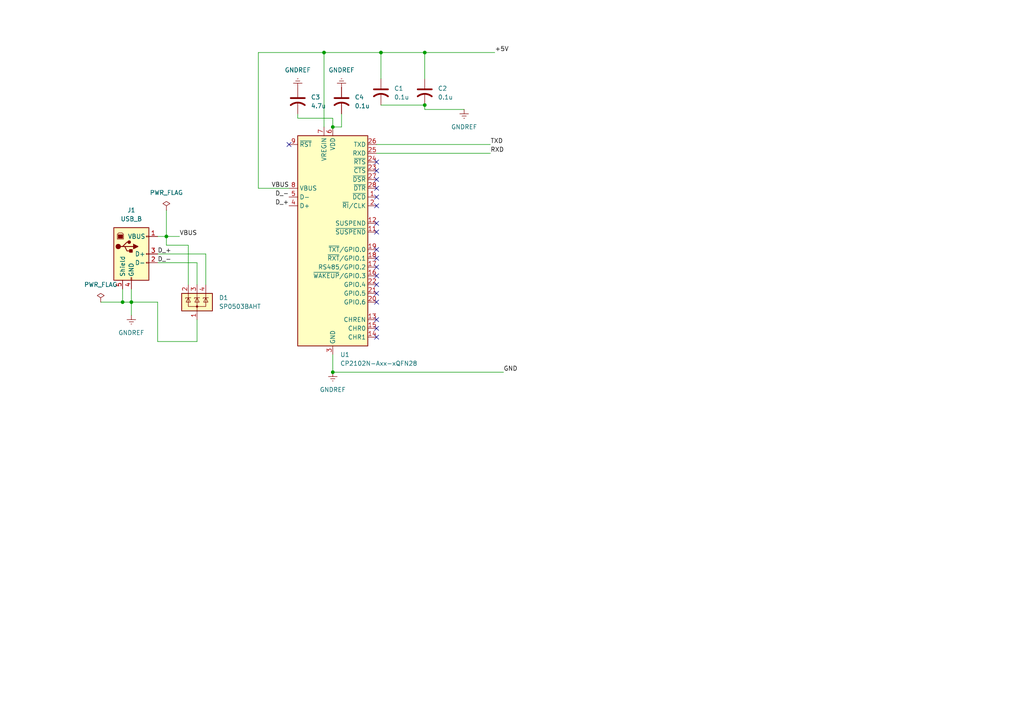
<source format=kicad_sch>
(kicad_sch (version 20250114) (generator "eeschema") (generator_version "9.0")
  (paper "A4")
  (lib_symbols
    (symbol "Connector:USB_B" (pin_names (offset 1.016))
      (property "Reference" "J" (at -5.08 11.43 0))
      (property "Value" "USB_B" (at -5.08 8.89 0))
      (symbol "USB_B_0_1"
        (rectangle (start -5.08 -7.62) (end 5.08 7.62) (stroke (width 0.254)) (fill (type background)))
        (polyline (pts (xy -4.064 4.318) (xy -2.286 4.318) (xy -2.286 5.715) (xy -2.667 6.096) (xy -3.683 6.096) (xy -4.064 5.715) (xy -4.064 4.318)))
        (rectangle (start -3.81 5.588) (end -2.54 4.572) (fill (type outline)))
        (circle (center -3.81 2.159) (radius 0.635) (stroke (width 0.254)) (fill (type outline)))
        (polyline (pts (xy -3.175 2.159) (xy -2.54 2.159) (xy -1.27 3.429) (xy -0.635 3.429)) (stroke (width 0.254)))
        (polyline (pts (xy -2.54 2.159) (xy -1.905 2.159) (xy -1.27 0.889) (xy 0 0.889)) (stroke (width 0.254)))
        (polyline (pts (xy -1.905 2.159) (xy 0.635 2.159)) (stroke (width 0.254)))
        (circle (center -0.635 3.429) (radius 0.381) (stroke (width 0.254)) (fill (type outline)))
        (rectangle (start -0.127 -7.62) (end 0.127 -6.858))
        (rectangle (start 0.254 1.27) (end -0.508 0.508) (stroke (width 0.254)) (fill (type outline)))
        (polyline (pts (xy 0.635 2.794) (xy 0.635 1.524) (xy 1.905 2.159) (xy 0.635 2.794)) (stroke (width 0.254)) (fill (type outline)))
        (rectangle (start 5.08 4.953) (end 4.318 5.207))
        (rectangle (start 5.08 -0.127) (end 4.318 0.127))
        (rectangle (start 5.08 -2.667) (end 4.318 -2.413))
      )
      (symbol "USB_B_1_1"
        (pin passive line (at -2.54 -10.16 90) (length 2.54) (name "Shield") (number "5"))
        (pin power_out line (at 0 -10.16 90) (length 2.54) (name "GND") (number "4"))
        (pin power_out line (at 7.62 5.08 180) (length 2.54) (name "VBUS") (number "1"))
        (pin bidirectional line (at 7.62 0 180) (length 2.54) (name "D+") (number "3"))
        (pin bidirectional line (at 7.62 -2.54 180) (length 2.54) (name "D-") (number "2"))
      )
    )
    (symbol "Device:C_US" (pin_numbers (hide yes)) (pin_names (offset 0.254) (hide yes))
      (property "Reference" "C" (at 0.635 2.54 0))
      (property "Value" "C_US" (at 0.635 -2.54 0))
      (symbol "C_US_0_1"
        (polyline (pts (xy -2.032 0.762) (xy 2.032 0.762)) (stroke (width 0.508)))
        (arc (start -2.032 -1.27) (mid 0 -0.5572) (end 2.032 -1.27) (stroke (width 0.508)))
      )
      (symbol "C_US_1_1"
        (pin passive line (at 0 3.81 270) (length 2.794) (name "~") (number "1"))
        (pin passive line (at 0 -3.81 90) (length 3.302) (name "~") (number "2"))
      )
    )
    (symbol "Interface_USB:CP2102N-Axx-xQFN28"
      (property "Reference" "U" (at -8.89 31.75 0))
      (property "Value" "CP2102N-Axx-xQFN28" (at 12.7 31.75 0))
      (symbol "CP2102N-Axx-xQFN28_0_1"
        (rectangle (start -10.16 30.48) (end 10.16 -30.48) (stroke (width 0.254)) (fill (type background)))
      )
      (symbol "CP2102N-Axx-xQFN28_1_1"
        (pin input line (at -12.7 27.94 0) (length 2.54) (name "~{RST}") (number "9"))
        (pin input line (at -12.7 15.24 0) (length 2.54) (name "VBUS") (number "8"))
        (pin bidirectional line (at -12.7 12.7 0) (length 2.54) (name "D-") (number "5"))
        (pin bidirectional line (at -12.7 10.16 0) (length 2.54) (name "D+") (number "4"))
        (pin no_connect line (at -10.16 -27.94 0) (length 2.54) (hide yes) (name "NC") (number "10"))
        (pin power_in line (at -2.54 33.02 270) (length 2.54) (name "VREGIN") (number "7"))
        (pin power_in line (at 0 33.02 270) (length 2.54) (name "VDD") (number "6"))
        (pin passive line (at 0 -33.02 90) (length 2.54) (hide yes) (name "GND") (number "29"))
        (pin power_in line (at 0 -33.02 90) (length 2.54) (name "GND") (number "3"))
        (pin output line (at 12.7 27.94 180) (length 2.54) (name "TXD") (number "26"))
        (pin input line (at 12.7 25.4 180) (length 2.54) (name "RXD") (number "25"))
        (pin output line (at 12.7 22.86 180) (length 2.54) (name "~{RTS}") (number "24"))
        (pin input line (at 12.7 20.32 180) (length 2.54) (name "~{CTS}") (number "23"))
        (pin input line (at 12.7 17.78 180) (length 2.54) (name "~{DSR}") (number "27"))
        (pin output line (at 12.7 15.24 180) (length 2.54) (name "~{DTR}") (number "28"))
        (pin input line (at 12.7 12.7 180) (length 2.54) (name "~{DCD}") (number "1"))
        (pin bidirectional line (at 12.7 10.16 180) (length 2.54) (name "~{RI}/CLK") (number "2"))
        (pin output line (at 12.7 5.08 180) (length 2.54) (name "SUSPEND") (number "12"))
        (pin output line (at 12.7 2.54 180) (length 2.54) (name "~{SUSPEND}") (number "11"))
        (pin bidirectional line (at 12.7 -2.54 180) (length 2.54) (name "~{TXT}/GPIO.0") (number "19"))
        (pin bidirectional line (at 12.7 -5.08 180) (length 2.54) (name "~{RXT}/GPIO.1") (number "18"))
        (pin bidirectional line (at 12.7 -7.62 180) (length 2.54) (name "RS485/GPIO.2") (number "17"))
        (pin bidirectional line (at 12.7 -10.16 180) (length 2.54) (name "~{WAKEUP}/GPIO.3") (number "16"))
        (pin bidirectional line (at 12.7 -12.7 180) (length 2.54) (name "GPIO.4") (number "22"))
        (pin bidirectional line (at 12.7 -15.24 180) (length 2.54) (name "GPIO.5") (number "21"))
        (pin bidirectional line (at 12.7 -17.78 180) (length 2.54) (name "GPIO.6") (number "20"))
        (pin output line (at 12.7 -22.86 180) (length 2.54) (name "CHREN") (number "13"))
        (pin output line (at 12.7 -25.4 180) (length 2.54) (name "CHR0") (number "15"))
        (pin output line (at 12.7 -27.94 180) (length 2.54) (name "CHR1") (number "14"))
      )
    )
    (symbol "Power_Protection:SP0503BAHT" (pin_names (hide yes))
      (property "Reference" "D" (at 5.715 2.54 0))
      (property "Value" "SP0503BAHT" (at 5.715 0.635 0))
      (symbol "SP0503BAHT_0_0"
        (pin passive line (at 0 -5.08 90) (length 2.54) (name "A") (number "1"))
      )
      (symbol "SP0503BAHT_0_1"
        (rectangle (start -4.445 2.54) (end 4.445 -2.54) (stroke (width 0.254)) (fill (type background)))
        (polyline (pts (xy -3.302 1.016) (xy -3.302 1.27) (xy -1.905 1.27) (xy -1.778 1.27)))
        (polyline (pts (xy -2.54 2.54) (xy -2.54 1.27)))
        (polyline (pts (xy -2.54 1.27) (xy -2.54 -1.27) (xy 2.54 -1.27) (xy 2.54 1.27)))
        (polyline (pts (xy -2.54 1.27) (xy -1.905 0) (xy -3.175 0) (xy -2.54 1.27)))
        (polyline (pts (xy 0 2.54) (xy 0 1.27)))
        (polyline (pts (xy 0 -1.27) (xy 0 1.27)))
        (polyline (pts (xy 0 -1.27) (xy 0 -2.54)))
        (circle (center 0 -1.27) (radius 0.254) (fill (type outline)))
        (polyline (pts (xy 0.635 1.27) (xy 0.762 1.27)))
        (polyline (pts (xy 0.635 1.27) (xy -0.762 1.27) (xy -0.762 1.016)))
        (polyline (pts (xy 0.635 0) (xy -0.635 0) (xy 0 1.27) (xy 0.635 0)))
        (polyline (pts (xy 1.778 1.016) (xy 1.778 1.27) (xy 3.175 1.27) (xy 3.302 1.27)))
        (polyline (pts (xy 2.54 2.54) (xy 2.54 1.27)))
        (polyline (pts (xy 2.54 1.27) (xy 1.905 0) (xy 3.175 0) (xy 2.54 1.27)))
      )
      (symbol "SP0503BAHT_1_1"
        (pin passive line (at -2.54 5.08 270) (length 2.54) (name "K") (number "2"))
        (pin passive line (at 0 5.08 270) (length 2.54) (name "K") (number "3"))
        (pin passive line (at 2.54 5.08 270) (length 2.54) (name "K") (number "4"))
      )
    )
    (symbol "power:GNDREF" (power) (pin_numbers (hide yes)) (pin_names (offset 0) (hide yes))
      (property "Value" "GNDREF" (at 0 -3.81 0))
      (symbol "GNDREF_0_1"
        (polyline (pts (xy -0.635 -1.905) (xy 0.635 -1.905)))
        (polyline (pts (xy -0.127 -2.54) (xy 0.127 -2.54)))
        (polyline (pts (xy 0 -1.27) (xy 0 0)))
        (polyline (pts (xy 1.27 -1.27) (xy -1.27 -1.27)))
      )
      (symbol "GNDREF_1_1"
        (pin power_in line (at 0 0 270) (length 0) (name "~") (number "1"))
      )
    )
    (symbol "power:PWR_FLAG" (power) (pin_numbers (hide yes)) (pin_names (offset 0) (hide yes))
      (property "Value" "PWR_FLAG" (at 0 3.81 0))
      (symbol "PWR_FLAG_0_0"
        (pin power_out line (at 0 0 90) (length 0) (name "~") (number "1"))
      )
      (symbol "PWR_FLAG_0_1"
        (polyline (pts (xy 0 0) (xy 0 1.27) (xy -1.016 1.905) (xy 0 2.54) (xy 1.016 1.905) (xy 0 1.27)))
      )
    )
  )
  (junction (at 110.49 15.24))
  (junction (at 96.52 36.83))
  (junction (at 93.98 15.24))
  (junction (at 35.56 87.63))
  (junction (at 96.52 107.95))
  (junction (at 38.1 87.63))
  (junction (at 48.26 68.58))
  (junction (at 123.19 30.48))
  (junction (at 123.19 15.24))
  (no_connect (at 109.22 97.79))
  (no_connect (at 109.22 72.39))
  (no_connect (at 109.22 74.93))
  (no_connect (at 109.22 57.15))
  (no_connect (at 109.22 85.09))
  (no_connect (at 109.22 87.63))
  (no_connect (at 109.22 77.47))
  (no_connect (at 109.22 67.31))
  (no_connect (at 109.22 80.01))
  (no_connect (at 109.22 92.71))
  (no_connect (at 109.22 95.25))
  (no_connect (at 109.22 82.55))
  (no_connect (at 109.22 54.61))
  (no_connect (at 109.22 46.99))
  (no_connect (at 109.22 64.77))
  (no_connect (at 109.22 52.07))
  (no_connect (at 109.22 59.69))
  (no_connect (at 83.82 41.91))
  (no_connect (at 109.22 49.53))
  (wire (pts (xy 38.1 87.63) (xy 38.1 91.44)))
  (wire (pts (xy 110.49 15.24) (xy 123.19 15.24)))
  (wire (pts (xy 48.26 68.58) (xy 45.72 68.58)))
  (wire (pts (xy 57.15 76.2) (xy 57.15 82.55)))
  (wire (pts (xy 96.52 36.83) (xy 99.06 36.83)))
  (wire (pts (xy 45.72 73.66) (xy 59.69 73.66)))
  (wire (pts (xy 54.61 82.55) (xy 54.61 71.12)))
  (wire (pts (xy 96.52 107.95) (xy 146.05 107.95)))
  (wire (pts (xy 38.1 83.82) (xy 38.1 87.63)))
  (wire (pts (xy 74.93 54.61) (xy 74.93 15.24)))
  (wire (pts (xy 96.52 34.29) (xy 96.52 36.83)))
  (wire (pts (xy 48.26 71.12) (xy 48.26 68.58)))
  (wire (pts (xy 48.26 60.96) (xy 48.26 68.58)))
  (wire (pts (xy 109.22 41.91) (xy 142.24 41.91)))
  (wire (pts (xy 29.21 87.63) (xy 35.56 87.63)))
  (wire (pts (xy 93.98 15.24) (xy 110.49 15.24)))
  (wire (pts (xy 57.15 99.06) (xy 45.72 99.06)))
  (wire (pts (xy 109.22 44.45) (xy 142.24 44.45)))
  (wire (pts (xy 52.07 68.58) (xy 48.26 68.58)))
  (wire (pts (xy 93.98 36.83) (xy 93.98 15.24)))
  (wire (pts (xy 110.49 30.48) (xy 123.19 30.48)))
  (wire (pts (xy 45.72 99.06) (xy 45.72 87.63)))
  (wire (pts (xy 45.72 87.63) (xy 38.1 87.63)))
  (wire (pts (xy 123.19 15.24) (xy 123.19 22.86)))
  (wire (pts (xy 35.56 83.82) (xy 35.56 87.63)))
  (wire (pts (xy 54.61 71.12) (xy 48.26 71.12)))
  (wire (pts (xy 86.36 34.29) (xy 96.52 34.29)))
  (wire (pts (xy 45.72 76.2) (xy 57.15 76.2)))
  (wire (pts (xy 123.19 15.24) (xy 143.51 15.24)))
  (wire (pts (xy 74.93 15.24) (xy 93.98 15.24)))
  (wire (pts (xy 99.06 36.83) (xy 99.06 33.02)))
  (wire (pts (xy 86.36 33.02) (xy 86.36 34.29)))
  (wire (pts (xy 83.82 54.61) (xy 74.93 54.61)))
  (wire (pts (xy 59.69 73.66) (xy 59.69 82.55)))
  (wire (pts (xy 35.56 87.63) (xy 38.1 87.63)))
  (wire (pts (xy 96.52 102.87) (xy 96.52 107.95)))
  (wire (pts (xy 57.15 92.71) (xy 57.15 99.06)))
  (wire (pts (xy 123.19 31.75) (xy 123.19 30.48)))
  (wire (pts (xy 110.49 15.24) (xy 110.49 22.86)))
  (wire (pts (xy 134.62 31.75) (xy 123.19 31.75)))
  (label "D_+" (at 83.82 59.69 180))
  (label "D_-" (at 45.72 76.2 0))
  (label "VBUS" (at 52.07 68.58 0))
  (label "+5V" (at 143.51 15.24 0))
  (label "GND" (at 146.05 107.95 0))
  (label "D_+" (at 45.72 73.66 0))
  (label "VBUS" (at 83.82 54.61 180))
  (label "RXD" (at 142.24 44.45 0))
  (label "TXD" (at 142.24 41.91 0))
  (label "D_-" (at 83.82 57.15 180))
  (symbol (lib_id "Connector:USB_B") (at 38.1 73.66 0) (unit 1)
    (property "Reference" "J1" (at 38.1 60.96 0))
    (property "Value" "USB_B" (at 38.1 63.5 0))
    (property "Description" "USB Type B connector" (effects (hide yes)))
  )
  (symbol (lib_id "Device:C_US") (at 110.49 26.67 0) (unit 1)
    (property "Reference" "C1" (at 114.3 25.6539 0) (effects (justify left)))
    (property "Value" "0.1u" (at 114.3 28.1939 0) (effects (justify left)))
    (property "Footprint" "Capacitor_SMD:C_0603_1608Metric_Pad1.08x0.95mm_HandSolder" (effects (hide yes)))
    (property "Description" "capacitor, US symbol" (effects (hide yes)))
  )
  (symbol (lib_id "power:GNDREF") (at 99.06 25.4 180) (unit 1)
    (property "Reference" "#PWR04" (effects (hide yes)))
    (property "Value" "GNDREF" (at 99.06 20.32 0))
    (property "Description" "Power symbol creates a global label with name \"GNDREF\" , reference supply ground" (effects (hide yes)))
  )
  (symbol (lib_id "power:GNDREF") (at 134.62 31.75 0) (unit 1)
    (property "Reference" "#PWR02" (effects (hide yes)))
    (property "Value" "GNDREF" (at 134.62 36.83 0))
    (property "Description" "Power symbol creates a global label with name \"GNDREF\" , reference supply ground" (effects (hide yes)))
  )
  (symbol (lib_id "power:GNDREF") (at 96.52 107.95 0) (unit 1)
    (property "Reference" "#PWR05" (effects (hide yes)))
    (property "Value" "GNDREF" (at 96.52 113.03 0))
    (property "Description" "Power symbol creates a global label with name \"GNDREF\" , reference supply ground" (effects (hide yes)))
  )
  (symbol (lib_id "power:PWR_FLAG") (at 48.26 60.96 0) (unit 1)
    (property "Reference" "#FLG01" (effects (hide yes)))
    (property "Value" "PWR_FLAG" (at 48.26 55.88 0))
    (property "Description" "Special symbol for telling ERC where power comes from" (effects (hide yes)))
  )
  (symbol (lib_id "Device:C_US") (at 99.06 29.21 0) (unit 1)
    (property "Reference" "C4" (at 102.87 28.1939 0) (effects (justify left)))
    (property "Value" "0.1u" (at 102.87 30.7339 0) (effects (justify left)))
    (property "Footprint" "Capacitor_SMD:C_0603_1608Metric_Pad1.08x0.95mm_HandSolder" (effects (hide yes)))
    (property "Description" "capacitor, US symbol" (effects (hide yes)))
  )
  (symbol (lib_id "Device:C_US") (at 123.19 26.67 0) (unit 1)
    (property "Reference" "C2" (at 127 25.6539 0) (effects (justify left)))
    (property "Value" "0.1u" (at 127 28.1939 0) (effects (justify left)))
    (property "Footprint" "Capacitor_SMD:C_0603_1608Metric_Pad1.08x0.95mm_HandSolder" (effects (hide yes)))
    (property "Description" "capacitor, US symbol" (effects (hide yes)))
  )
  (symbol (lib_id "power:GNDREF") (at 38.1 91.44 0) (unit 1)
    (property "Reference" "#PWR01" (effects (hide yes)))
    (property "Value" "GNDREF" (at 38.1 96.52 0))
    (property "Description" "Power symbol creates a global label with name \"GNDREF\" , reference supply ground" (effects (hide yes)))
  )
  (symbol (lib_id "Interface_USB:CP2102N-Axx-xQFN28") (at 96.52 69.85 0) (unit 1)
    (property "Reference" "U1" (at 98.6633 102.87 0) (effects (justify left)))
    (property "Value" "CP2102N-Axx-xQFN28" (at 98.6633 105.41 0) (effects (justify left)))
    (property "Footprint" "Package_DFN_QFN:QFN-28-1EP_5x5mm_P0.5mm_EP3.35x3.35mm" (effects (hide yes)))
    (property "Datasheet" "https://www.silabs.com/documents/public/data-sheets/cp2102n-datasheet.pdf" (effects (hide yes)))
    (property "Description" "USB to UART master bridge, QFN-28" (effects (hide yes)))
  )
  (symbol (lib_id "Power_Protection:SP0503BAHT") (at 57.15 87.63 0) (unit 1)
    (property "Reference" "D1" (at 63.5 86.3599 0) (effects (justify left)))
    (property "Value" "SP0503BAHT" (at 63.5 88.8999 0) (effects (justify left)))
    (property "Footprint" "Package_TO_SOT_SMD:SOT-143" (effects (hide yes)))
    (property "Datasheet" "http://www.littelfuse.com/~/media/files/littelfuse/technical%20resources/documents/data%20sheets/sp05xxba.pdf" (effects (hide yes)))
    (property "Description" "TVS Diode Array, 5.5V Standoff, 3 Channels, SOT-143 package" (effects (hide yes)))
  )
  (symbol (lib_id "Device:C_US") (at 86.36 29.21 0) (unit 1)
    (property "Reference" "C3" (at 90.17 28.1939 0) (effects (justify left)))
    (property "Value" "4.7u" (at 90.17 30.7339 0) (effects (justify left)))
    (property "Footprint" "Capacitor_SMD:C_0603_1608Metric_Pad1.08x0.95mm_HandSolder" (effects (hide yes)))
    (property "Description" "capacitor, US symbol" (effects (hide yes)))
  )
  (symbol (lib_id "power:PWR_FLAG") (at 29.21 87.63 0) (unit 1)
    (property "Reference" "#FLG02" (effects (hide yes)))
    (property "Value" "PWR_FLAG" (at 29.21 82.55 0))
    (property "Description" "Special symbol for telling ERC where power comes from" (effects (hide yes)))
  )
  (symbol (lib_id "power:GNDREF") (at 86.36 25.4 180) (unit 1)
    (property "Reference" "#PWR03" (effects (hide yes)))
    (property "Value" "GNDREF" (at 86.36 20.32 0))
    (property "Description" "Power symbol creates a global label with name \"GNDREF\" , reference supply ground" (effects (hide yes)))
  )
)
</source>
